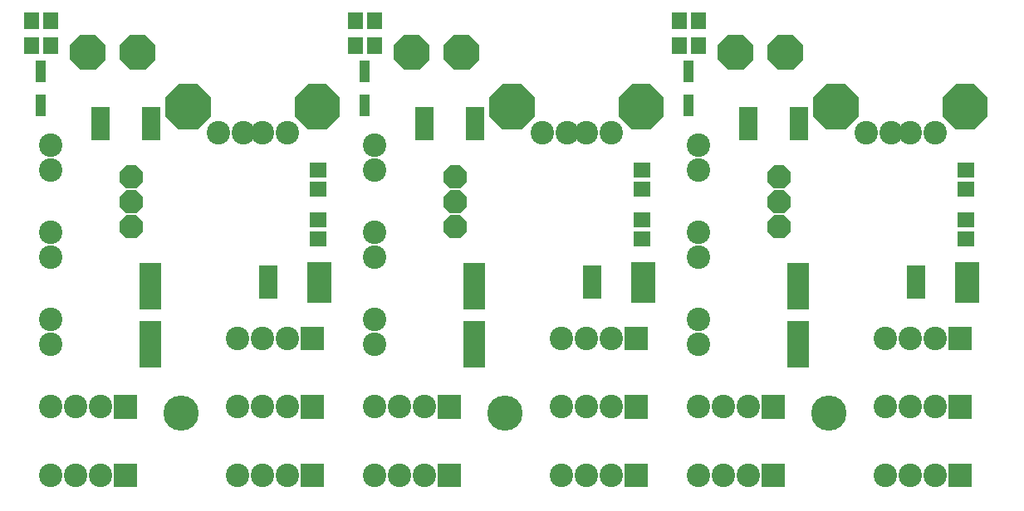
<source format=gbr>
%FSLAX34Y34*%
%MOMM*%
%LNSOLDERMASK_TOP*%
G71*
G01*
%ADD10C, 2.40*%
%ADD11R, 1.98X3.35*%
%ADD12R, 1.50X1.80*%
%ADD13R, 1.00X2.20*%
%ADD14R, 2.20X4.20*%
%ADD15R, 2.20X4.70*%
%ADD16C, 3.60*%
%ADD17R, 1.80X1.50*%
%LPD*%
G36*
X145000Y932330D02*
X134470Y921800D01*
X119530Y921800D01*
X109000Y932330D01*
X109000Y947270D01*
X119530Y957800D01*
X134470Y957800D01*
X145000Y947270D01*
X145000Y932330D01*
G37*
G36*
X94200Y932330D02*
X83670Y921800D01*
X68730Y921800D01*
X58200Y932330D01*
X58200Y947270D01*
X68730Y957800D01*
X83670Y957800D01*
X94200Y947270D01*
X94200Y932330D01*
G37*
X38100Y819150D02*
G54D10*
D03*
X38100Y844550D02*
G54D10*
D03*
X38100Y730250D02*
G54D10*
D03*
X38100Y755650D02*
G54D10*
D03*
G36*
X58200Y947270D02*
X68730Y957800D01*
X83670Y957800D01*
X94200Y947270D01*
X94200Y932330D01*
X83670Y921800D01*
X68730Y921800D01*
X58200Y932330D01*
X58200Y947270D01*
G37*
X38100Y844550D02*
G54D10*
D03*
X38100Y755650D02*
G54D10*
D03*
X209550Y857250D02*
G54D10*
D03*
G36*
X125630Y824800D02*
X132650Y817780D01*
X132650Y807820D01*
X125630Y800800D01*
X115670Y800800D01*
X108650Y807820D01*
X108650Y817780D01*
X115670Y824800D01*
X125630Y824800D01*
G37*
G36*
X125630Y799400D02*
X132650Y792380D01*
X132650Y782420D01*
X125630Y775400D01*
X115670Y775400D01*
X108650Y782420D01*
X108650Y792380D01*
X115670Y799400D01*
X125630Y799400D01*
G37*
G36*
X125630Y774000D02*
X132650Y766980D01*
X132650Y757020D01*
X125630Y750000D01*
X115670Y750000D01*
X108650Y757020D01*
X108650Y766980D01*
X115670Y774000D01*
X125630Y774000D01*
G37*
G36*
X125630Y799400D02*
X132650Y792380D01*
X132650Y782420D01*
X125630Y775400D01*
X115670Y775400D01*
X108650Y782420D01*
X108650Y792380D01*
X115670Y799400D01*
X125630Y799400D01*
G37*
X140891Y866775D02*
G54D11*
D03*
X88900Y866775D02*
G54D11*
D03*
X279400Y857250D02*
G54D10*
D03*
X254397Y857250D02*
G54D10*
D03*
X234553Y857250D02*
G54D10*
D03*
X209550Y857250D02*
G54D10*
D03*
G36*
X333158Y874692D02*
X319703Y861237D01*
X300613Y861237D01*
X287158Y874692D01*
X287158Y893782D01*
X300613Y907237D01*
X319703Y907237D01*
X333158Y893782D01*
X333158Y874692D01*
G37*
G36*
X201594Y874692D02*
X188139Y861237D01*
X169049Y861237D01*
X155594Y874692D01*
X155594Y893782D01*
X169049Y907237D01*
X188139Y907237D01*
X201594Y893782D01*
X201594Y874692D01*
G37*
X19050Y946150D02*
G54D12*
D03*
X38050Y946150D02*
G54D12*
D03*
X19050Y971550D02*
G54D12*
D03*
X38050Y971550D02*
G54D12*
D03*
X28575Y885825D02*
G54D13*
D03*
X28575Y920155D02*
G54D13*
D03*
X139700Y698500D02*
G54D14*
D03*
X139700Y644525D02*
G54D14*
D03*
X139700Y700881D02*
G54D15*
D03*
G36*
X128700Y665247D02*
X150700Y665247D01*
X150700Y618247D01*
X128700Y618247D01*
X128700Y665247D01*
G37*
X228600Y647700D02*
G54D10*
D03*
X254000Y647700D02*
G54D10*
D03*
X279400Y647700D02*
G54D10*
D03*
X304800Y647700D02*
G54D10*
D03*
X228600Y577850D02*
G54D10*
D03*
X254000Y577850D02*
G54D10*
D03*
X279400Y577850D02*
G54D10*
D03*
X304800Y577850D02*
G54D10*
D03*
X38100Y577850D02*
G54D10*
D03*
X63500Y577850D02*
G54D10*
D03*
X88900Y577850D02*
G54D10*
D03*
X114300Y577850D02*
G54D10*
D03*
X38100Y508000D02*
G54D10*
D03*
X63500Y508000D02*
G54D10*
D03*
X88900Y508000D02*
G54D10*
D03*
X114300Y508000D02*
G54D10*
D03*
X228600Y508000D02*
G54D10*
D03*
X254000Y508000D02*
G54D10*
D03*
X279400Y508000D02*
G54D10*
D03*
X304800Y508000D02*
G54D10*
D03*
X38100Y641350D02*
G54D10*
D03*
X38100Y666750D02*
G54D10*
D03*
X38100Y666750D02*
G54D10*
D03*
G36*
X292800Y520000D02*
X316800Y520000D01*
X316800Y496000D01*
X292800Y496000D01*
X292800Y520000D01*
G37*
G36*
X102300Y589850D02*
X126300Y589850D01*
X126300Y565850D01*
X102300Y565850D01*
X102300Y589850D01*
G37*
G36*
X102300Y520000D02*
X126300Y520000D01*
X126300Y496000D01*
X102300Y496000D01*
X102300Y520000D01*
G37*
G36*
X292800Y589850D02*
X316800Y589850D01*
X316800Y565850D01*
X292800Y565850D01*
X292800Y589850D01*
G37*
G36*
X292800Y659700D02*
X316800Y659700D01*
X316800Y635700D01*
X292800Y635700D01*
X292800Y659700D01*
G37*
X171450Y571500D02*
G54D16*
D03*
X260350Y704850D02*
G54D11*
D03*
X312341Y704850D02*
G54D11*
D03*
G36*
X300341Y725850D02*
X324341Y725850D01*
X324341Y683850D01*
X300341Y683850D01*
X300341Y725850D01*
G37*
X139700Y700880D02*
G54D15*
D03*
X28580Y920150D02*
G54D13*
D03*
X38050Y971550D02*
G54D12*
D03*
X311150Y819150D02*
G54D17*
D03*
X311150Y800150D02*
G54D17*
D03*
X311150Y768350D02*
G54D17*
D03*
X311150Y749350D02*
G54D17*
D03*
X311150Y819150D02*
G54D17*
D03*
G36*
X475200Y932330D02*
X464670Y921800D01*
X449730Y921800D01*
X439200Y932330D01*
X439200Y947270D01*
X449730Y957800D01*
X464670Y957800D01*
X475200Y947270D01*
X475200Y932330D01*
G37*
G36*
X424400Y932330D02*
X413870Y921800D01*
X398930Y921800D01*
X388400Y932330D01*
X388400Y947270D01*
X398930Y957800D01*
X413870Y957800D01*
X424400Y947270D01*
X424400Y932330D01*
G37*
X368300Y819150D02*
G54D10*
D03*
X368300Y844550D02*
G54D10*
D03*
X368300Y730250D02*
G54D10*
D03*
X368300Y755650D02*
G54D10*
D03*
G36*
X388400Y947270D02*
X398930Y957800D01*
X413870Y957800D01*
X424400Y947270D01*
X424400Y932330D01*
X413870Y921800D01*
X398930Y921800D01*
X388400Y932330D01*
X388400Y947270D01*
G37*
X368300Y844550D02*
G54D10*
D03*
X368300Y755650D02*
G54D10*
D03*
X539750Y857250D02*
G54D10*
D03*
G36*
X455830Y824800D02*
X462850Y817780D01*
X462850Y807820D01*
X455830Y800800D01*
X445870Y800800D01*
X438850Y807820D01*
X438850Y817780D01*
X445870Y824800D01*
X455830Y824800D01*
G37*
G36*
X455830Y799400D02*
X462850Y792380D01*
X462850Y782420D01*
X455830Y775400D01*
X445870Y775400D01*
X438850Y782420D01*
X438850Y792380D01*
X445870Y799400D01*
X455830Y799400D01*
G37*
G36*
X455830Y774000D02*
X462850Y766980D01*
X462850Y757020D01*
X455830Y750000D01*
X445870Y750000D01*
X438850Y757020D01*
X438850Y766980D01*
X445870Y774000D01*
X455830Y774000D01*
G37*
G36*
X455830Y799400D02*
X462850Y792380D01*
X462850Y782420D01*
X455830Y775400D01*
X445870Y775400D01*
X438850Y782420D01*
X438850Y792380D01*
X445870Y799400D01*
X455830Y799400D01*
G37*
X471091Y866775D02*
G54D11*
D03*
X419100Y866775D02*
G54D11*
D03*
X609600Y857250D02*
G54D10*
D03*
X584597Y857250D02*
G54D10*
D03*
X564753Y857250D02*
G54D10*
D03*
X539750Y857250D02*
G54D10*
D03*
G36*
X663358Y874692D02*
X649903Y861238D01*
X630813Y861238D01*
X617358Y874692D01*
X617358Y893782D01*
X630813Y907238D01*
X649903Y907238D01*
X663358Y893782D01*
X663358Y874692D01*
G37*
G36*
X531794Y874692D02*
X518339Y861237D01*
X499249Y861237D01*
X485794Y874692D01*
X485794Y893782D01*
X499249Y907237D01*
X518339Y907237D01*
X531794Y893782D01*
X531794Y874692D01*
G37*
X349250Y946150D02*
G54D12*
D03*
X368250Y946150D02*
G54D12*
D03*
X349250Y971550D02*
G54D12*
D03*
X368250Y971550D02*
G54D12*
D03*
X358775Y885825D02*
G54D13*
D03*
X358775Y920155D02*
G54D13*
D03*
X469900Y698500D02*
G54D14*
D03*
X469900Y644525D02*
G54D14*
D03*
X469900Y700881D02*
G54D15*
D03*
G36*
X458900Y665247D02*
X480900Y665247D01*
X480900Y618247D01*
X458900Y618247D01*
X458900Y665247D01*
G37*
X558800Y647700D02*
G54D10*
D03*
X584200Y647700D02*
G54D10*
D03*
X609600Y647700D02*
G54D10*
D03*
X635000Y647700D02*
G54D10*
D03*
X558800Y577850D02*
G54D10*
D03*
X584200Y577850D02*
G54D10*
D03*
X609600Y577850D02*
G54D10*
D03*
X635000Y577850D02*
G54D10*
D03*
X368300Y577850D02*
G54D10*
D03*
X393700Y577850D02*
G54D10*
D03*
X419100Y577850D02*
G54D10*
D03*
X444500Y577850D02*
G54D10*
D03*
X368300Y508000D02*
G54D10*
D03*
X393700Y508000D02*
G54D10*
D03*
X419100Y508000D02*
G54D10*
D03*
X444500Y508000D02*
G54D10*
D03*
X558800Y508000D02*
G54D10*
D03*
X584200Y508000D02*
G54D10*
D03*
X609600Y508000D02*
G54D10*
D03*
X635000Y508000D02*
G54D10*
D03*
X368300Y641350D02*
G54D10*
D03*
X368300Y666750D02*
G54D10*
D03*
X368300Y666750D02*
G54D10*
D03*
G36*
X623000Y520000D02*
X647000Y520000D01*
X647000Y496000D01*
X623000Y496000D01*
X623000Y520000D01*
G37*
G36*
X432500Y589850D02*
X456500Y589850D01*
X456500Y565850D01*
X432500Y565850D01*
X432500Y589850D01*
G37*
G36*
X432500Y520000D02*
X456500Y520000D01*
X456500Y496000D01*
X432500Y496000D01*
X432500Y520000D01*
G37*
G36*
X623000Y589850D02*
X647000Y589850D01*
X647000Y565850D01*
X623000Y565850D01*
X623000Y589850D01*
G37*
G36*
X623000Y659700D02*
X647000Y659700D01*
X647000Y635700D01*
X623000Y635700D01*
X623000Y659700D01*
G37*
X501650Y571500D02*
G54D16*
D03*
X590550Y704850D02*
G54D11*
D03*
X642541Y704850D02*
G54D11*
D03*
G36*
X630541Y725850D02*
X654541Y725850D01*
X654541Y683850D01*
X630541Y683850D01*
X630541Y725850D01*
G37*
X469900Y700880D02*
G54D15*
D03*
X358780Y920150D02*
G54D13*
D03*
X368250Y971550D02*
G54D12*
D03*
X641350Y819150D02*
G54D17*
D03*
X641350Y800150D02*
G54D17*
D03*
X641350Y768350D02*
G54D17*
D03*
X641350Y749350D02*
G54D17*
D03*
X641350Y819150D02*
G54D17*
D03*
G36*
X805400Y932330D02*
X794870Y921800D01*
X779930Y921800D01*
X769400Y932330D01*
X769400Y947270D01*
X779930Y957800D01*
X794870Y957800D01*
X805400Y947270D01*
X805400Y932330D01*
G37*
G36*
X754600Y932330D02*
X744070Y921800D01*
X729130Y921800D01*
X718600Y932330D01*
X718600Y947270D01*
X729130Y957800D01*
X744070Y957800D01*
X754600Y947270D01*
X754600Y932330D01*
G37*
X698500Y819150D02*
G54D10*
D03*
X698500Y844550D02*
G54D10*
D03*
X698500Y730250D02*
G54D10*
D03*
X698500Y755650D02*
G54D10*
D03*
G36*
X718600Y947270D02*
X729130Y957800D01*
X744070Y957800D01*
X754600Y947270D01*
X754600Y932330D01*
X744070Y921800D01*
X729130Y921800D01*
X718600Y932330D01*
X718600Y947270D01*
G37*
X698500Y844550D02*
G54D10*
D03*
X698500Y755650D02*
G54D10*
D03*
X869950Y857250D02*
G54D10*
D03*
G36*
X786030Y824800D02*
X793050Y817780D01*
X793050Y807820D01*
X786030Y800800D01*
X776070Y800800D01*
X769050Y807820D01*
X769050Y817780D01*
X776070Y824800D01*
X786030Y824800D01*
G37*
G36*
X786030Y799400D02*
X793050Y792380D01*
X793050Y782420D01*
X786030Y775400D01*
X776070Y775400D01*
X769050Y782420D01*
X769050Y792380D01*
X776070Y799400D01*
X786030Y799400D01*
G37*
G36*
X786030Y774000D02*
X793050Y766980D01*
X793050Y757020D01*
X786030Y750000D01*
X776070Y750000D01*
X769050Y757020D01*
X769050Y766980D01*
X776070Y774000D01*
X786030Y774000D01*
G37*
G36*
X786030Y799400D02*
X793050Y792380D01*
X793050Y782420D01*
X786030Y775400D01*
X776070Y775400D01*
X769050Y782420D01*
X769050Y792380D01*
X776070Y799400D01*
X786030Y799400D01*
G37*
X801291Y866775D02*
G54D11*
D03*
X749300Y866775D02*
G54D11*
D03*
X939800Y857250D02*
G54D10*
D03*
X914797Y857250D02*
G54D10*
D03*
X894953Y857250D02*
G54D10*
D03*
X869950Y857250D02*
G54D10*
D03*
G36*
X993558Y874692D02*
X980103Y861238D01*
X961013Y861238D01*
X947558Y874692D01*
X947558Y893782D01*
X961013Y907238D01*
X980103Y907238D01*
X993558Y893782D01*
X993558Y874692D01*
G37*
G36*
X861994Y874692D02*
X848539Y861237D01*
X829449Y861237D01*
X815994Y874692D01*
X815994Y893782D01*
X829449Y907237D01*
X848539Y907237D01*
X861994Y893782D01*
X861994Y874692D01*
G37*
X679450Y946150D02*
G54D12*
D03*
X698450Y946150D02*
G54D12*
D03*
X679450Y971550D02*
G54D12*
D03*
X698450Y971550D02*
G54D12*
D03*
X688975Y885825D02*
G54D13*
D03*
X688975Y920155D02*
G54D13*
D03*
X800100Y698500D02*
G54D14*
D03*
X800100Y644525D02*
G54D14*
D03*
X800100Y700881D02*
G54D15*
D03*
G36*
X789100Y665247D02*
X811100Y665247D01*
X811100Y618247D01*
X789100Y618247D01*
X789100Y665247D01*
G37*
X889000Y647700D02*
G54D10*
D03*
X914400Y647700D02*
G54D10*
D03*
X939800Y647700D02*
G54D10*
D03*
X965200Y647700D02*
G54D10*
D03*
X889000Y577850D02*
G54D10*
D03*
X914400Y577850D02*
G54D10*
D03*
X939800Y577850D02*
G54D10*
D03*
X965200Y577850D02*
G54D10*
D03*
X698500Y577850D02*
G54D10*
D03*
X723900Y577850D02*
G54D10*
D03*
X749300Y577850D02*
G54D10*
D03*
X774700Y577850D02*
G54D10*
D03*
X698500Y508000D02*
G54D10*
D03*
X723900Y508000D02*
G54D10*
D03*
X749300Y508000D02*
G54D10*
D03*
X774700Y508000D02*
G54D10*
D03*
X889000Y508000D02*
G54D10*
D03*
X914400Y508000D02*
G54D10*
D03*
X939800Y508000D02*
G54D10*
D03*
X965200Y508000D02*
G54D10*
D03*
X698500Y641350D02*
G54D10*
D03*
X698500Y666750D02*
G54D10*
D03*
X698500Y666750D02*
G54D10*
D03*
G36*
X953200Y520000D02*
X977200Y520000D01*
X977200Y496000D01*
X953200Y496000D01*
X953200Y520000D01*
G37*
G36*
X762700Y589850D02*
X786700Y589850D01*
X786700Y565850D01*
X762700Y565850D01*
X762700Y589850D01*
G37*
G36*
X762700Y520000D02*
X786700Y520000D01*
X786700Y496000D01*
X762700Y496000D01*
X762700Y520000D01*
G37*
G36*
X953200Y589850D02*
X977200Y589850D01*
X977200Y565850D01*
X953200Y565850D01*
X953200Y589850D01*
G37*
G36*
X953200Y659700D02*
X977200Y659700D01*
X977200Y635700D01*
X953200Y635700D01*
X953200Y659700D01*
G37*
X831850Y571500D02*
G54D16*
D03*
X920750Y704850D02*
G54D11*
D03*
X972741Y704850D02*
G54D11*
D03*
G36*
X960741Y725850D02*
X984741Y725850D01*
X984741Y683850D01*
X960741Y683850D01*
X960741Y725850D01*
G37*
X800100Y700880D02*
G54D15*
D03*
X688980Y920150D02*
G54D13*
D03*
X698450Y971550D02*
G54D12*
D03*
X971550Y819150D02*
G54D17*
D03*
X971550Y800150D02*
G54D17*
D03*
X971550Y768350D02*
G54D17*
D03*
X971550Y749350D02*
G54D17*
D03*
X971550Y819150D02*
G54D17*
D03*
M02*

</source>
